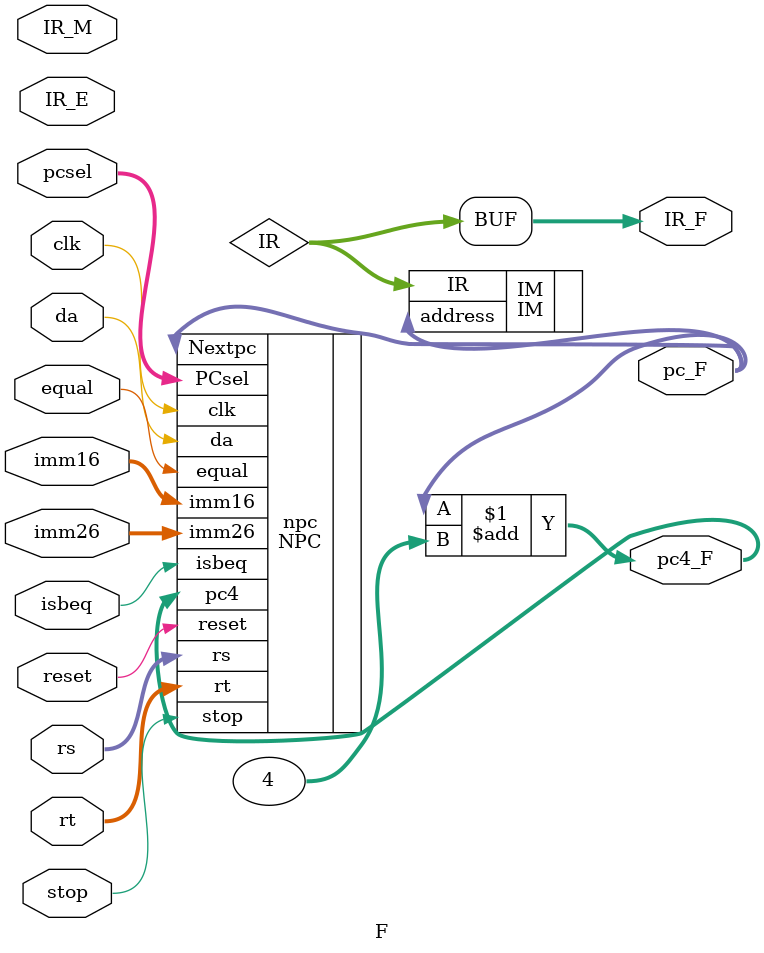
<source format=v>
`timescale 1ns / 1ps
module F(
	input clk,
	input reset,
	input stop,
	input [31:0]IR_E,
	input [31:0]IR_M,
	input [15:0]imm16,
	input [25:0]imm26,
	input [31:0]rs,
	input [31:0]rt,
	input [2:0]pcsel,
	input equal,
	input isbeq,
	input da,
	output [31:0]pc_F,
	output [31:0]pc4_F,
	output [31:0]IR_F
    );
    
	wire [31:0]IR;
      
	assign pc4_F = pc_F+4;
	
IM IM(
    .address(pc_F),
    .IR(IR)
    );
  
NPC npc(
    .pc4(pc4_F),
    .rs(rs),
	 .rt(rt),
	 .da(da),
    .PCsel(pcsel),
    .imm16(imm16),
    .imm26(imm26),
    .isbeq(isbeq),
    .stop(stop),
    .clk(clk),
    .reset(reset),
    .equal(equal),
    .Nextpc(pc_F)
    );
    
    assign IR_F = IR;
    
endmodule

</source>
